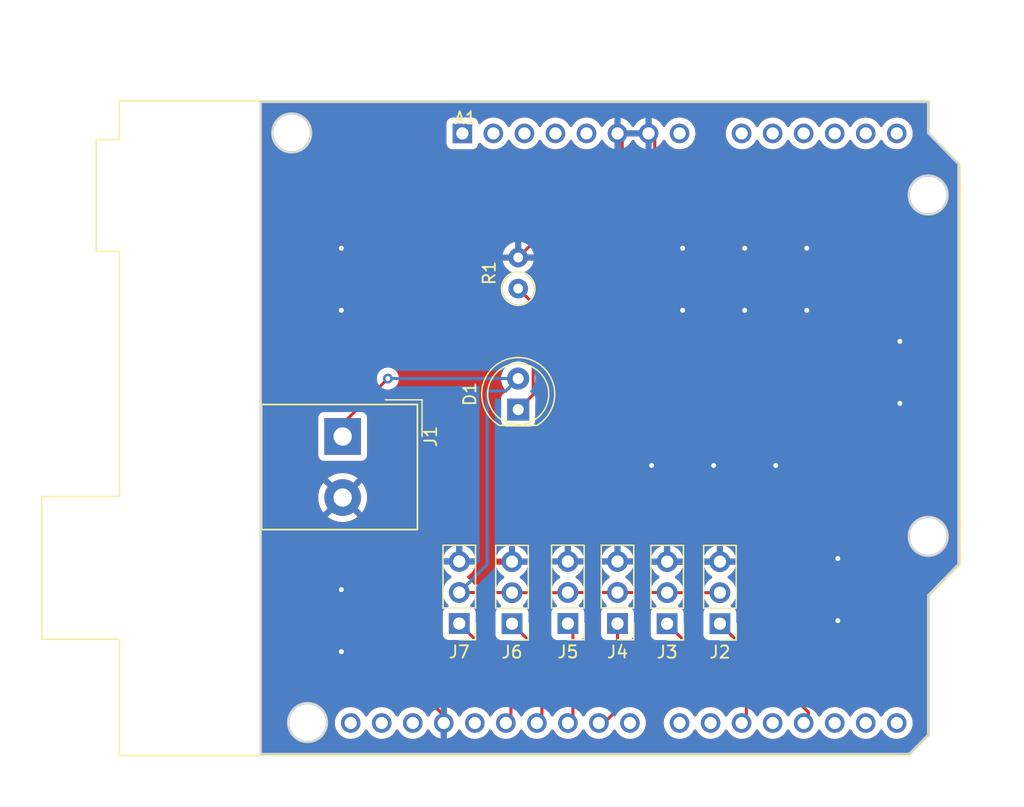
<source format=kicad_pcb>
(kicad_pcb (version 20221018) (generator pcbnew)
  (layers (0 "F.Cu" signal) (31 "B.Cu" signal) (34 "B.Paste" user) (35 "F.Paste" user) (36 "B.SilkS" user "B.Silkscreen") (37 "F.SilkS" user "F.Silkscreen") (38 "B.Mask" user) (39 "F.Mask" user) (44 "Edge.Cuts" user))
  (net 0 "")
  (net 6 "GND")
  (net 17 "/D3")
  (net 19 "/D5")
  (net 23 "/D9")
  (net 24 "/D10")
  (net 25 "/D11")
  (net 26 "/D12")
  (net 31 "+5V")
  (net 32 "Net-(D1-K)")
  (footprint "Connector_PinHeader_2.54mm:PinHeader_1x03_P2.54mm_Vertical" (layer "F.Cu") (at 218.186 101.839 180)
    (fp_text reference "J4" (at 0 -2.33) (layer "F.SilkS"))
    (fp_text value "Conn_01x03" hide)
    (fp_line (start -1.33 -1.33) (end 0 -1.33) (stroke (width 0.12)) (layer "F.SilkS"))
    (fp_line (start -1.33 0) (end -1.33 -1.33) (stroke (width 0.12)) (layer "F.SilkS"))
    (fp_line (start -1.33 1.27) (end -1.33 6.41) (stroke (width 0.12)) (layer "F.SilkS"))
    (fp_line (start -1.33 1.27) (end 1.33 1.27) (stroke (width 0.12)) (layer "F.SilkS"))
    (fp_line (start -1.33 6.41) (end 1.33 6.41) (stroke (width 0.12)) (layer "F.SilkS"))
    (fp_line (start 1.33 1.27) (end 1.33 6.41) (stroke (width 0.12)) (layer "F.SilkS"))
    (pad "1" thru_hole rect (at 0 0 180) (size 1.7 1.7) (drill 1) (layers "*.Cu" "*.Mask") (net 23 "/D9"))
    (pad "2" thru_hole oval (at 0 2.54 180) (size 1.7 1.7) (drill 1) (layers "*.Cu" "*.Mask") (net 31 "+5V"))
    (pad "3" thru_hole oval (at 0 5.08 180) (size 1.7 1.7) (drill 1) (layers "*.Cu" "*.Mask") (net 6 "GND"))
  )
  (footprint "Connector_PinHeader_2.54mm:PinHeader_1x03_P2.54mm_Vertical" (layer "F.Cu") (at 214.122 101.839 180)
    (fp_text reference "J5" (at 0 -2.33) (layer "F.SilkS"))
    (fp_text value "Conn_01x03" hide)
    (fp_line (start -1.33 -1.33) (end 0 -1.33) (stroke (width 0.12)) (layer "F.SilkS"))
    (fp_line (start -1.33 0) (end -1.33 -1.33) (stroke (width 0.12)) (layer "F.SilkS"))
    (fp_line (start -1.33 1.27) (end -1.33 6.41) (stroke (width 0.12)) (layer "F.SilkS"))
    (fp_line (start -1.33 1.27) (end 1.33 1.27) (stroke (width 0.12)) (layer "F.SilkS"))
    (fp_line (start -1.33 6.41) (end 1.33 6.41) (stroke (width 0.12)) (layer "F.SilkS"))
    (fp_line (start 1.33 1.27) (end 1.33 6.41) (stroke (width 0.12)) (layer "F.SilkS"))
    (pad "1" thru_hole rect (at 0 0 180) (size 1.7 1.7) (drill 1) (layers "*.Cu" "*.Mask") (net 24 "/D10"))
    (pad "2" thru_hole oval (at 0 2.54 180) (size 1.7 1.7) (drill 1) (layers "*.Cu" "*.Mask") (net 31 "+5V"))
    (pad "3" thru_hole oval (at 0 5.08 180) (size 1.7 1.7) (drill 1) (layers "*.Cu" "*.Mask") (net 6 "GND"))
  )
  (footprint "Resistor_THT:R_Axial_DIN0207_L6.3mm_D2.5mm_P2.54mm_Vertical" (layer "F.Cu") (at 210.058 74.422 90)
    (fp_text reference "R1" (at 1.27 -2.37 90) (layer "F.SilkS"))
    (fp_text value "R_US")
    (fp_line (start 1.37 0) (end 1.44 0) (stroke (width 0.12)) (layer "F.SilkS"))
    (fp_circle (center 0 0) (end 1.37 0) (stroke (width 0.12)) (fill none) (layer "F.SilkS"))
    (pad "1" thru_hole circle (at 0 0 90) (size 1.6 1.6) (drill 0.8) (layers "*.Cu" "*.Mask") (net 32 "Net-(D1-K)"))
    (pad "2" thru_hole oval (at 2.54 0 90) (size 1.6 1.6) (drill 0.8) (layers "*.Cu" "*.Mask") (net 6 "GND"))
  )
  (footprint "Connector_PinHeader_2.54mm:PinHeader_1x03_P2.54mm_Vertical" (layer "F.Cu") (at 222.25 101.854 180)
    (fp_text reference "J3" (at 0 -2.33) (layer "F.SilkS"))
    (fp_text value "Conn_01x03" hide)
    (fp_line (start -1.33 -1.33) (end 0 -1.33) (stroke (width 0.12)) (layer "F.SilkS"))
    (fp_line (start -1.33 0) (end -1.33 -1.33) (stroke (width 0.12)) (layer "F.SilkS"))
    (fp_line (start -1.33 1.27) (end -1.33 6.41) (stroke (width 0.12)) (layer "F.SilkS"))
    (fp_line (start -1.33 1.27) (end 1.33 1.27) (stroke (width 0.12)) (layer "F.SilkS"))
    (fp_line (start -1.33 6.41) (end 1.33 6.41) (stroke (width 0.12)) (layer "F.SilkS"))
    (fp_line (start 1.33 1.27) (end 1.33 6.41) (stroke (width 0.12)) (layer "F.SilkS"))
    (pad "1" thru_hole rect (at 0 0 180) (size 1.7 1.7) (drill 1) (layers "*.Cu" "*.Mask") (net 19 "/D5"))
    (pad "2" thru_hole oval (at 0 2.54 180) (size 1.7 1.7) (drill 1) (layers "*.Cu" "*.Mask") (net 31 "+5V"))
    (pad "3" thru_hole oval (at 0 5.08 180) (size 1.7 1.7) (drill 1) (layers "*.Cu" "*.Mask") (net 6 "GND"))
  )
  (footprint "Connector_PinHeader_2.54mm:PinHeader_1x03_P2.54mm_Vertical" (layer "F.Cu") (at 226.568 101.854 180)
    (fp_text reference "J2" (at 0 -2.33) (layer "F.SilkS"))
    (fp_text value "Conn_01x03" hide)
    (fp_line (start -1.33 -1.33) (end 0 -1.33) (stroke (width 0.12)) (layer "F.SilkS"))
    (fp_line (start -1.33 0) (end -1.33 -1.33) (stroke (width 0.12)) (layer "F.SilkS"))
    (fp_line (start -1.33 1.27) (end -1.33 6.41) (stroke (width 0.12)) (layer "F.SilkS"))
    (fp_line (start -1.33 1.27) (end 1.33 1.27) (stroke (width 0.12)) (layer "F.SilkS"))
    (fp_line (start -1.33 6.41) (end 1.33 6.41) (stroke (width 0.12)) (layer "F.SilkS"))
    (fp_line (start 1.33 1.27) (end 1.33 6.41) (stroke (width 0.12)) (layer "F.SilkS"))
    (pad "1" thru_hole rect (at 0 0 180) (size 1.7 1.7) (drill 1) (layers "*.Cu" "*.Mask") (net 17 "/D3"))
    (pad "2" thru_hole oval (at 0 2.54 180) (size 1.7 1.7) (drill 1) (layers "*.Cu" "*.Mask") (net 31 "+5V"))
    (pad "3" thru_hole oval (at 0 5.08 180) (size 1.7 1.7) (drill 1) (layers "*.Cu" "*.Mask") (net 6 "GND"))
  )
  (footprint "Connector_PinHeader_2.54mm:PinHeader_1x03_P2.54mm_Vertical" (layer "F.Cu") (at 205.232 101.839 180)
    (fp_text reference "J7" (at 0 -2.33) (layer "F.SilkS"))
    (fp_text value "Conn_01x03" hide)
    (fp_line (start -1.33 -1.33) (end 0 -1.33) (stroke (width 0.12)) (layer "F.SilkS"))
    (fp_line (start -1.33 0) (end -1.33 -1.33) (stroke (width 0.12)) (layer "F.SilkS"))
    (fp_line (start -1.33 1.27) (end -1.33 6.41) (stroke (width 0.12)) (layer "F.SilkS"))
    (fp_line (start -1.33 1.27) (end 1.33 1.27) (stroke (width 0.12)) (layer "F.SilkS"))
    (fp_line (start -1.33 6.41) (end 1.33 6.41) (stroke (width 0.12)) (layer "F.SilkS"))
    (fp_line (start 1.33 1.27) (end 1.33 6.41) (stroke (width 0.12)) (layer "F.SilkS"))
    (pad "1" thru_hole rect (at 0 0 180) (size 1.7 1.7) (drill 1) (layers "*.Cu" "*.Mask") (net 26 "/D12"))
    (pad "2" thru_hole oval (at 0 2.54 180) (size 1.7 1.7) (drill 1) (layers "*.Cu" "*.Mask") (net 31 "+5V"))
    (pad "3" thru_hole oval (at 0 5.08 180) (size 1.7 1.7) (drill 1) (layers "*.Cu" "*.Mask") (net 6 "GND"))
  )
  (footprint "TerminalBlock_Altech:Altech_AK300_1x02_P5.00mm_45-Degree" (layer "F.Cu") (at 195.6875 86.5275 -90)
    (fp_text reference "J1" (at 0 -7.2 90) (layer "F.SilkS"))
    (fp_text value "Screw_Terminal_01x02")
    (fp_line (start -3 -6.5) (end 0 -6.5) (stroke (width 0.12)) (layer "F.SilkS"))
    (fp_line (start -3 -3.5) (end -3 -6.5) (stroke (width 0.12)) (layer "F.SilkS"))
    (fp_line (start -2.62 -6.12) (end -2.62 6.62) (stroke (width 0.12)) (layer "F.SilkS"))
    (fp_line (start -2.62 -6.12) (end -2.62 6.62) (stroke (width 0.12)) (layer "F.SilkS"))
    (fp_line (start -2.62 -6.12) (end 7.62 -6.12) (stroke (width 0.12)) (layer "F.SilkS"))
    (fp_line (start -2.62 -6.12) (end 7.62 -6.12) (stroke (width 0.12)) (layer "F.SilkS"))
    (fp_line (start -2.62 6.62) (end 7.62 6.62) (stroke (width 0.12)) (layer "F.SilkS"))
    (fp_line (start -2.62 6.62) (end 7.62 6.62) (stroke (width 0.12)) (layer "F.SilkS"))
    (fp_line (start 7.62 -6.12) (end 7.62 6.62) (stroke (width 0.12)) (layer "F.SilkS"))
    (fp_line (start 7.62 -6.12) (end 7.62 6.62) (stroke (width 0.12)) (layer "F.SilkS"))
    (pad "1" thru_hole rect (at 0 0 270) (size 3 3) (drill 1.5) (layers "*.Cu" "*.Mask") (net 31 "+5V"))
    (pad "2" thru_hole circle (at 5 0 270) (size 3 3) (drill 1.5) (layers "*.Cu" "*.Mask") (net 6 "GND"))
  )
  (footprint "LED_THT:LED_D5.0mm" (layer "F.Cu") (at 210.058 84.328 90)
    (fp_text reference "D1" (at 1.27 -3.96 90) (layer "F.SilkS"))
    (fp_text value "LED")
    (fp_line (start -1.29 -1.545) (end -1.29 1.545) (stroke (width 0.12)) (layer "F.SilkS"))
    (fp_arc (start -1.29 -1.54483) (mid 2.072002 -2.880433) (end 4.26 0.000462) (stroke (width 0.12)) (layer "F.SilkS"))
    (fp_arc (start 4.26 -0.000462) (mid 2.072002 2.880433) (end -1.29 1.54483) (stroke (width 0.12)) (layer "F.SilkS"))
    (fp_circle (center 1.27 0) (end 3.77 0) (stroke (width 0.12)) (fill none) (layer "F.SilkS"))
    (pad "1" thru_hole rect (at 0 0 90) (size 1.8 1.8) (drill 0.9) (layers "*.Cu" "*.Mask") (net 32 "Net-(D1-K)"))
    (pad "2" thru_hole circle (at 2.54 0 90) (size 1.8 1.8) (drill 0.9) (layers "*.Cu" "*.Mask") (net 31 "+5V"))
  )
  (footprint "Connector_PinHeader_2.54mm:PinHeader_1x03_P2.54mm_Vertical" (layer "F.Cu") (at 209.55 101.854 180)
    (fp_text reference "J6" (at 0 -2.33) (layer "F.SilkS"))
    (fp_text value "Conn_01x03" hide)
    (fp_line (start -1.33 -1.33) (end 0 -1.33) (stroke (width 0.12)) (layer "F.SilkS"))
    (fp_line (start -1.33 0) (end -1.33 -1.33) (stroke (width 0.12)) (layer "F.SilkS"))
    (fp_line (start -1.33 1.27) (end -1.33 6.41) (stroke (width 0.12)) (layer "F.SilkS"))
    (fp_line (start -1.33 1.27) (end 1.33 1.27) (stroke (width 0.12)) (layer "F.SilkS"))
    (fp_line (start -1.33 6.41) (end 1.33 6.41) (stroke (width 0.12)) (layer "F.SilkS"))
    (fp_line (start 1.33 1.27) (end 1.33 6.41) (stroke (width 0.12)) (layer "F.SilkS"))
    (pad "1" thru_hole rect (at 0 0 180) (size 1.7 1.7) (drill 1) (layers "*.Cu" "*.Mask") (net 25 "/D11"))
    (pad "2" thru_hole oval (at 0 2.54 180) (size 1.7 1.7) (drill 1) (layers "*.Cu" "*.Mask") (net 31 "+5V"))
    (pad "3" thru_hole oval (at 0 5.08 180) (size 1.7 1.7) (drill 1) (layers "*.Cu" "*.Mask") (net 6 "GND"))
  )
  (footprint "Module:Arduino_UNO_R3" (layer "F.Cu") (at 205.486 61.722)
    (fp_text reference "A1" (at 0.254 -1.27 180) (layer "F.SilkS"))
    (fp_text value "Arduino_UNO_R3")
    (fp_line (start -34.42 29.72) (end -34.42 41.4) (stroke (width 0.12)) (layer "F.SilkS"))
    (fp_line (start -34.42 41.4) (end -28.07 41.4) (stroke (width 0.12)) (layer "F.SilkS"))
    (fp_line (start -29.97 0.51) (end -29.97 9.65) (stroke (width 0.12)) (layer "F.SilkS"))
    (fp_line (start -29.97 9.65) (end -28.07 9.65) (stroke (width 0.12)) (layer "F.SilkS"))
    (fp_line (start -28.07 -2.67) (end -28.07 0.51) (stroke (width 0.12)) (layer "F.SilkS"))
    (fp_line (start -28.07 0.51) (end -29.97 0.51) (stroke (width 0.12)) (layer "F.SilkS"))
    (fp_line (start -28.07 9.65) (end -28.07 29.72) (stroke (width 0.12)) (layer "F.SilkS"))
    (fp_line (start -28.07 29.72) (end -34.42 29.72) (stroke (width 0.12)) (layer "F.SilkS"))
    (fp_line (start -28.07 41.4) (end -28.07 50.93) (stroke (width 0.12)) (layer "F.SilkS"))
    (fp_line (start -28.07 50.93) (end 36.58 50.93) (stroke (width 0.12)) (layer "F.SilkS"))
    (fp_line (start 36.58 50.93) (end 38.23 49.28) (stroke (width 0.12)) (layer "F.SilkS"))
    (fp_line (start 38.23 -2.67) (end -28.07 -2.67) (stroke (width 0.12)) (layer "F.SilkS"))
    (fp_line (start 38.23 0) (end 38.23 -2.67) (stroke (width 0.12)) (layer "F.SilkS"))
    (fp_line (start 38.23 37.85) (end 40.77 35.31) (stroke (width 0.12)) (layer "F.SilkS"))
    (fp_line (start 38.23 49.28) (end 38.23 37.85) (stroke (width 0.12)) (layer "F.SilkS"))
    (fp_line (start 40.77 2.54) (end 38.23 0) (stroke (width 0.12)) (layer "F.SilkS"))
    (fp_line (start 40.77 35.31) (end 40.77 2.54) (stroke (width 0.12)) (layer "F.SilkS"))
    (pad "1" thru_hole rect (at 0 0 90) (size 1.6 1.6) (drill 1) (layers "*.Cu" "*.Mask"))
    (pad "2" thru_hole oval (at 2.54 0 90) (size 1.6 1.6) (drill 1) (layers "*.Cu" "*.Mask"))
    (pad "3" thru_hole oval (at 5.08 0 90) (size 1.6 1.6) (drill 1) (layers "*.Cu" "*.Mask"))
    (pad "4" thru_hole oval (at 7.62 0 90) (size 1.6 1.6) (drill 1) (layers "*.Cu" "*.Mask"))
    (pad "5" thru_hole oval (at 10.16 0 90) (size 1.6 1.6) (drill 1) (layers "*.Cu" "*.Mask"))
    (pad "6" thru_hole oval (at 12.7 0 90) (size 1.6 1.6) (drill 1) (layers "*.Cu" "*.Mask") (net 6 "GND"))
    (pad "7" thru_hole oval (at 15.24 0 90) (size 1.6 1.6) (drill 1) (layers "*.Cu" "*.Mask") (net 6 "GND"))
    (pad "8" thru_hole oval (at 17.78 0 90) (size 1.6 1.6) (drill 1) (layers "*.Cu" "*.Mask"))
    (pad "9" thru_hole oval (at 22.86 0 90) (size 1.6 1.6) (drill 1) (layers "*.Cu" "*.Mask"))
    (pad "10" thru_hole oval (at 25.4 0 90) (size 1.6 1.6) (drill 1) (layers "*.Cu" "*.Mask"))
    (pad "11" thru_hole oval (at 27.94 0 90) (size 1.6 1.6) (drill 1) (layers "*.Cu" "*.Mask"))
    (pad "12" thru_hole oval (at 30.48 0 90) (size 1.6 1.6) (drill 1) (layers "*.Cu" "*.Mask"))
    (pad "13" thru_hole oval (at 33.02 0 90) (size 1.6 1.6) (drill 1) (layers "*.Cu" "*.Mask"))
    (pad "14" thru_hole oval (at 35.56 0 90) (size 1.6 1.6) (drill 1) (layers "*.Cu" "*.Mask"))
    (pad "15" thru_hole oval (at 35.56 48.26 90) (size 1.6 1.6) (drill 1) (layers "*.Cu" "*.Mask"))
    (pad "16" thru_hole oval (at 33.02 48.26 90) (size 1.6 1.6) (drill 1) (layers "*.Cu" "*.Mask"))
    (pad "17" thru_hole oval (at 30.48 48.26 90) (size 1.6 1.6) (drill 1) (layers "*.Cu" "*.Mask"))
    (pad "18" thru_hole oval (at 27.94 48.26 90) (size 1.6 1.6) (drill 1) (layers "*.Cu" "*.Mask") (net 17 "/D3"))
    (pad "19" thru_hole oval (at 25.4 48.26 90) (size 1.6 1.6) (drill 1) (layers "*.Cu" "*.Mask"))
    (pad "20" thru_hole oval (at 22.86 48.26 90) (size 1.6 1.6) (drill 1) (layers "*.Cu" "*.Mask") (net 19 "/D5"))
    (pad "21" thru_hole oval (at 20.32 48.26 90) (size 1.6 1.6) (drill 1) (layers "*.Cu" "*.Mask"))
    (pad "22" thru_hole oval (at 17.78 48.26 90) (size 1.6 1.6) (drill 1) (layers "*.Cu" "*.Mask"))
    (pad "23" thru_hole oval (at 13.72 48.26 90) (size 1.6 1.6) (drill 1) (layers "*.Cu" "*.Mask"))
    (pad "24" thru_hole oval (at 11.18 48.26 90) (size 1.6 1.6) (drill 1) (layers "*.Cu" "*.Mask") (net 23 "/D9"))
    (pad "25" thru_hole oval (at 8.64 48.26 90) (size 1.6 1.6) (drill 1) (layers "*.Cu" "*.Mask") (net 24 "/D10"))
    (pad "26" thru_hole oval (at 6.1 48.26 90) (size 1.6 1.6) (drill 1) (layers "*.Cu" "*.Mask") (net 25 "/D11"))
    (pad "27" thru_hole oval (at 3.56 48.26 90) (size 1.6 1.6) (drill 1) (layers "*.Cu" "*.Mask") (net 26 "/D12"))
    (pad "28" thru_hole oval (at 1.02 48.26 90) (size 1.6 1.6) (drill 1) (layers "*.Cu" "*.Mask"))
    (pad "29" thru_hole oval (at -1.52 48.26 90) (size 1.6 1.6) (drill 1) (layers "*.Cu" "*.Mask") (net 6 "GND"))
    (pad "30" thru_hole oval (at -4.06 48.26 90) (size 1.6 1.6) (drill 1) (layers "*.Cu" "*.Mask"))
    (pad "31" thru_hole oval (at -6.6 48.26 90) (size 1.6 1.6) (drill 1) (layers "*.Cu" "*.Mask"))
    (pad "32" thru_hole oval (at -9.14 48.26 90) (size 1.6 1.6) (drill 1) (layers "*.Cu" "*.Mask"))
  )
  (gr_circle (center 216.691999 109.943527) (end 216.945999 109.943527) (stroke (width 0.2)) (fill none) (layer "Edge.Cuts"))
  (gr_circle (center 206.531999 109.943527) (end 206.785999 109.943527) (stroke (width 0.2)) (fill none) (layer "Edge.Cuts"))
  (gr_circle (center 218.185999 61.683527) (end 218.439999 61.683527) (stroke (width 0.2)) (fill none) (layer "Edge.Cuts"))
  (gr_line (start 243.615999 61.683527) (end 243.615999 59.143527) (stroke (width 0.2)) (layer "Edge.Cuts"))
  (gr_circle (center 192.815999 109.943527) (end 194.403499 109.943527) (stroke (width 0.2)) (fill none) (layer "Edge.Cuts"))
  (gr_circle (center 233.425999 61.683527) (end 233.679999 61.683527) (stroke (width 0.2)) (fill none) (layer "Edge.Cuts"))
  (gr_circle (center 233.425999 109.943527) (end 233.679999 109.943527) (stroke (width 0.2)) (fill none) (layer "Edge.Cuts"))
  (gr_line (start 243.615999 61.683527) (end 246.095999 64.223527) (stroke (width 0.2)) (layer "Edge.Cuts"))
  (gr_circle (center 228.345999 61.683527) (end 228.599999 61.683527) (stroke (width 0.2)) (fill none) (layer "Edge.Cuts"))
  (gr_line (start 188.975999 112.522) (end 242.051207 112.522) (stroke (width 0.2)) (layer "Edge.Cuts"))
  (gr_circle (center 211.611999 109.943527) (end 211.865999 109.943527) (stroke (width 0.2)) (fill none) (layer "Edge.Cuts"))
  (gr_line (start 188.975999 59.143527) (end 243.615999 59.143527) (stroke (width 0.2)) (layer "Edge.Cuts"))
  (gr_circle (center 241.045999 61.683527) (end 241.299999 61.683527) (stroke (width 0.2)) (fill none) (layer "Edge.Cuts"))
  (gr_circle (center 223.265999 109.943527) (end 223.519999 109.943527) (stroke (width 0.2)) (fill none) (layer "Edge.Cuts"))
  (gr_circle (center 243.615999 66.763527) (end 245.203499 66.763527) (stroke (width 0.2)) (fill none) (layer "Edge.Cuts"))
  (gr_line (start 246.095999 64.223527) (end 246.095999 96.989527) (stroke (width 0.2)) (layer "Edge.Cuts"))
  (gr_circle (center 228.345999 109.943527) (end 228.599999 109.943527) (stroke (width 0.2)) (fill none) (layer "Edge.Cuts"))
  (gr_circle (center 209.071999 109.943527) (end 209.325999 109.943527) (stroke (width 0.2)) (fill none) (layer "Edge.Cuts"))
  (gr_circle (center 215.645999 61.683527) (end 215.899999 61.683527) (stroke (width 0.2)) (fill none) (layer "Edge.Cuts"))
  (gr_circle (center 230.885999 109.943527) (end 231.139999 109.943527) (stroke (width 0.2)) (fill none) (layer "Edge.Cuts"))
  (gr_circle (center 208.025999 61.683527) (end 208.279999 61.683527) (stroke (width 0.2)) (fill none) (layer "Edge.Cuts"))
  (gr_circle (center 238.505999 109.943527) (end 238.759999 109.943527) (stroke (width 0.2)) (fill none) (layer "Edge.Cuts"))
  (gr_circle (center 210.565999 61.683527) (end 210.819999 61.683527) (stroke (width 0.2)) (fill none) (layer "Edge.Cuts"))
  (gr_circle (center 219.231999 109.943527) (end 219.485999 109.943527) (stroke (width 0.2)) (fill none) (layer "Edge.Cuts"))
  (gr_circle (center 235.965999 109.943527) (end 236.219999 109.943527) (stroke (width 0.2)) (fill none) (layer "Edge.Cuts"))
  (gr_circle (center 205.485999 61.683527) (end 205.739999 61.683527) (stroke (width 0.2)) (fill none) (layer "Edge.Cuts"))
  (gr_circle (center 191.515999 61.683527) (end 193.103499 61.683527) (stroke (width 0.2)) (fill none) (layer "Edge.Cuts"))
  (gr_circle (center 238.505999 61.683527) (end 238.759999 61.683527) (stroke (width 0.2)) (fill none) (layer "Edge.Cuts"))
  (gr_circle (center 201.451999 109.943527) (end 201.705999 109.943527) (stroke (width 0.2)) (fill none) (layer "Edge.Cuts"))
  (gr_circle (center 230.885999 61.683527) (end 231.139999 61.683527) (stroke (width 0.2)) (fill none) (layer "Edge.Cuts"))
  (gr_line (start 242.051207 112.522) (end 243.615999 110.957208) (stroke (width 0.2)) (layer "Edge.Cuts"))
  (gr_circle (center 223.265999 61.683527) (end 223.519999 61.683527) (stroke (width 0.2)) (fill none) (layer "Edge.Cuts"))
  (gr_circle (center 225.805999 109.943527) (end 226.059999 109.943527) (stroke (width 0.2)) (fill none) (layer "Edge.Cuts"))
  (gr_circle (center 214.151999 109.943527) (end 214.405999 109.943527) (stroke (width 0.2)) (fill none) (layer "Edge.Cuts"))
  (gr_circle (center 241.045999 109.943527) (end 241.299999 109.943527) (stroke (width 0.2)) (fill none) (layer "Edge.Cuts"))
  (gr_circle (center 203.991999 109.943527) (end 204.245999 109.943527) (stroke (width 0.2)) (fill none) (layer "Edge.Cuts"))
  (gr_line (start 246.095999 96.989527) (end 243.615999 99.529527) (stroke (width 0.2)) (layer "Edge.Cuts"))
  (gr_circle (center 220.725999 61.683527) (end 220.979999 61.683527) (stroke (width 0.2)) (fill none) (layer "Edge.Cuts"))
  (gr_line (start 243.615999 99.529527) (end 243.615999 110.957208) (stroke (width 0.2)) (layer "Edge.Cuts"))
  (gr_circle (center 196.371999 109.943527) (end 196.625999 109.943527) (stroke (width 0.2)) (fill none) (layer "Edge.Cuts"))
  (gr_circle (center 213.105999 61.683527) (end 213.359999 61.683527) (stroke (width 0.2)) (fill none) (layer "Edge.Cuts"))
  (gr_circle (center 235.965999 61.683527) (end 236.219999 61.683527) (stroke (width 0.2)) (fill none) (layer "Edge.Cuts"))
  (gr_circle (center 243.615999 94.703527) (end 245.203499 94.703527) (stroke (width 0.2)) (fill none) (layer "Edge.Cuts"))
  (gr_line (start 188.975999 112.522) (end 188.975999 59.143527) (stroke (width 0.2)) (layer "Edge.Cuts"))
  (gr_circle (center 198.911999 109.943527) (end 199.165999 109.943527) (stroke (width 0.2)) (fill none) (layer "Edge.Cuts"))
  (segment (start 220.726 63.5) (end 221.238842 62.987158) (width 0.25) (layer "F.Cu") (net 6))
  (segment (start 205.232 96.759) (end 209.535 96.759) (width 0.25) (layer "F.Cu") (net 6))
  (segment (start 214.122 96.759) (end 218.186 96.759) (width 0.25) (layer "F.Cu") (net 6))
  (segment (start 222.235 96.759) (end 222.25 96.774) (width 0.25) (layer "F.Cu") (net 6))
  (segment (start 218.186 61.722) (end 218.186 61.805087) (width 0.25) (layer "F.Cu") (net 6))
  (segment (start 195.6875 91.5275) (end 202.438 84.777) (width 0.25) (layer "F.Cu") (net 6))
  (segment (start 218.289053 61.752384) (end 218.308813 61.70468) (width 0.25) (layer "F.Cu") (net 6))
  (segment (start 218.186 96.759) (end 222.235 96.759) (width 0.25) (layer "F.Cu") (net 6))
  (segment (start 218.44 63.5) (end 218.572468 63.367532) (width 0.25) (layer "F.Cu") (net 6))
  (segment (start 201.168 96.759) (end 200.919 96.759) (width 0.25) (layer "F.Cu") (net 6))
  (segment (start 201.168 106.579921) (end 204.378468 109.790389) (width 0.25) (layer "F.Cu") (net 6))
  (segment (start 204.978 71.882) (end 210.058 71.882) (width 0.25) (layer "F.Cu") (net 6))
  (segment (start 201.168 96.759) (end 201.168 106.579921) (width 0.25) (layer "F.Cu") (net 6))
  (segment (start 218.291493 61.722) (end 218.308813 61.70468) (width 0.25) (layer "F.Cu") (net 6))
  (segment (start 221.238842 61.737141) (end 221.232679 61.730978) (width 0.25) (layer "F.Cu") (net 6))
  (segment (start 214.107 96.774) (end 214.122 96.759) (width 0.25) (layer "F.Cu") (net 6))
  (segment (start 204.378468 109.790389) (end 204.378468 109.990978) (width 0.25) (layer "F.Cu") (net 6))
  (segment (start 218.210179 61.805087) (end 218.254856 61.786581) (width 0.25) (layer "F.Cu") (net 6))
  (segment (start 220.726 61.722) (end 220.756384 61.752384) (width 0.25) (layer "F.Cu") (net 6))
  (segment (start 222.25 96.774) (end 226.568 96.774) (width 0.25) (layer "F.Cu") (net 6))
  (segment (start 221.238842 62.987158) (end 221.238842 61.737141) (width 0.25) (layer "F.Cu") (net 6))
  (segment (start 221.232679 61.730978) (end 221.112468 61.730978) (width 0.25) (layer "F.Cu") (net 6))
  (segment (start 218.44 63.5) (end 220.726 63.5) (width 0.25) (layer "F.Cu") (net 6))
  (segment (start 200.919 96.759) (end 195.6875 91.5275) (width 0.25) (layer "F.Cu") (net 6))
  (segment (start 218.254856 61.786581) (end 218.289053 61.752384) (width 0.25) (layer "F.Cu") (net 6))
  (segment (start 210.058 71.882) (end 218.44 63.5) (width 0.25) (layer "F.Cu") (net 6))
  (segment (start 202.438 74.422) (end 204.978 71.882) (width 0.25) (layer "F.Cu") (net 6))
  (segment (start 202.438 84.777) (end 202.438 74.422) (width 0.25) (layer "F.Cu") (net 6))
  (segment (start 220.829053 61.752384) (end 220.848813 61.70468) (width 0.25) (layer "F.Cu") (net 6))
  (segment (start 209.535 96.759) (end 209.55 96.774) (width 0.25) (layer "F.Cu") (net 6))
  (segment (start 218.572468 63.367532) (end 218.572468 61.730978) (width 0.25) (layer "F.Cu") (net 6))
  (segment (start 218.186 61.805087) (end 218.210179 61.805087) (width 0.25) (layer "F.Cu") (net 6))
  (segment (start 209.55 96.774) (end 214.107 96.774) (width 0.25) (layer "F.Cu") (net 6))
  (segment (start 218.186 61.722) (end 218.291493 61.722) (width 0.25) (layer "F.Cu") (net 6))
  (segment (start 205.232 96.759) (end 201.168 96.759) (width 0.25) (layer "F.Cu") (net 6))
  (segment (start 220.756384 61.752384) (end 220.829053 61.752384) (width 0.25) (layer "F.Cu") (net 6))
  (via (at 226.06 88.9) (size 0.8) (drill 0.4) (layers "F.Cu" "B.Cu") (net 6))
  (via (at 220.98 88.9) (size 0.8) (drill 0.4) (layers "F.Cu" "B.Cu") (net 6))
  (via (at 195.58 71.12) (size 0.8) (drill 0.4) (layers "F.Cu" "B.Cu") (net 6))
  (via (at 236.22 101.6) (size 0.8) (drill 0.4) (layers "F.Cu" "B.Cu") (net 6))
  (via (at 228.6 76.2) (size 0.8) (drill 0.4) (layers "F.Cu" "B.Cu") (net 6))
  (via (at 241.3 78.74) (size 0.8) (drill 0.4) (layers "F.Cu" "B.Cu") (net 6))
  (via (at 231.14 88.9) (size 0.8) (drill 0.4) (layers "F.Cu" "B.Cu") (net 6))
  (via (at 195.58 104.14) (size 0.8) (drill 0.4) (layers "F.Cu" "B.Cu") (net 6))
  (via (at 236.22 96.52) (size 0.8) (drill 0.4) (layers "F.Cu" "B.Cu") (net 6))
  (via (at 223.52 76.2) (size 0.8) (drill 0.4) (layers "F.Cu" "B.Cu") (net 6))
  (via (at 195.58 99.06) (size 0.8) (drill 0.4) (layers "F.Cu" "B.Cu") (net 6))
  (via (at 228.6 71.12) (size 0.8) (drill 0.4) (layers "F.Cu" "B.Cu") (net 6))
  (via (at 223.52 71.12) (size 0.8) (drill 0.4) (layers "F.Cu" "B.Cu") (net 6))
  (via (at 241.3 83.82) (size 0.8) (drill 0.4) (layers "F.Cu" "B.Cu") (net 6))
  (via (at 195.58 76.2) (size 0.8) (drill 0.4) (layers "F.Cu" "B.Cu") (net 6))
  (via (at 233.68 71.12) (size 0.8) (drill 0.4) (layers "F.Cu" "B.Cu") (net 6))
  (via (at 233.68 76.2) (size 0.8) (drill 0.4) (layers "F.Cu" "B.Cu") (net 6))
  (segment (start 226.568 101.854) (end 233.812468 109.098468) (width 0.25) (layer "F.Cu") (net 17))
  (segment (start 233.812468 109.098468) (end 233.812468 109.990978) (width 0.25) (layer "F.Cu") (net 17))
  (segment (start 222.25 101.854) (end 228.732468 108.336468) (width 0.25) (layer "F.Cu") (net 19))
  (segment (start 228.732468 108.336468) (end 228.732468 109.990978) (width 0.25) (layer "F.Cu") (net 19))
  (segment (start 218.186 108.883446) (end 217.078468 109.990978) (width 0.25) (layer "F.Cu") (net 23))
  (segment (start 218.186 101.839) (end 218.186 108.883446) (width 0.25) (layer "F.Cu") (net 23))
  (segment (start 214.122 101.839) (end 214.538468 102.255468) (width 0.25) (layer "F.Cu") (net 24))
  (segment (start 214.538468 102.255468) (end 214.538468 109.990978) (width 0.25) (layer "F.Cu") (net 24))
  (segment (start 211.998468 104.302468) (end 211.998468 109.990978) (width 0.25) (layer "F.Cu") (net 25))
  (segment (start 209.55 101.854) (end 211.998468 104.302468) (width 0.25) (layer "F.Cu") (net 25))
  (segment (start 205.232 101.839) (end 209.458468 106.065468) (width 0.25) (layer "F.Cu") (net 26))
  (segment (start 209.458468 106.065468) (end 209.458468 109.990978) (width 0.25) (layer "F.Cu") (net 26))
  (segment (start 209.535 99.299) (end 209.55 99.314) (width 0.25) (layer "F.Cu") (net 31))
  (segment (start 222.235 99.299) (end 222.25 99.314) (width 0.25) (layer "F.Cu") (net 31))
  (segment (start 214.107 99.314) (end 214.122 99.299) (width 0.25) (layer "F.Cu") (net 31))
  (segment (start 195.6875 86.5275) (end 195.6875 85.4905) (width 0.25) (layer "F.Cu") (net 31))
  (segment (start 205.232 99.299) (end 209.535 99.299) (width 0.25) (layer "F.Cu") (net 31))
  (segment (start 195.6875 85.4905) (end 199.39 81.788) (width 0.25) (layer "F.Cu") (net 31))
  (segment (start 222.25 99.314) (end 226.568 99.314) (width 0.25) (layer "F.Cu") (net 31))
  (segment (start 209.55 99.314) (end 214.107 99.314) (width 0.25) (layer "F.Cu") (net 31))
  (segment (start 214.122 99.299) (end 218.186 99.299) (width 0.25) (layer "F.Cu") (net 31))
  (segment (start 218.186 99.299) (end 222.235 99.299) (width 0.25) (layer "F.Cu") (net 31))
  (via (at 199.39 81.788) (size 0.8) (drill 0.4) (layers "F.Cu" "B.Cu") (net 31))
  (segment (start 199.39 81.788) (end 210.058 81.788) (width 0.25) (layer "B.Cu") (net 31))
  (segment (start 205.232 99.299) (end 207.518 97.013) (width 0.25) (layer "B.Cu") (net 31))
  (segment (start 207.518 82.804) (end 209.042 82.804) (width 0.25) (layer "B.Cu") (net 31))
  (segment (start 209.042 82.804) (end 210.058 81.788) (width 0.25) (layer "B.Cu") (net 31))
  (segment (start 207.518 97.013) (end 207.518 82.804) (width 0.25) (layer "B.Cu") (net 31))
  (segment (start 211.283 75.647) (end 210.058 74.422) (width 0.25) (layer "F.Cu") (net 32))
  (segment (start 210.058 84.328) (end 211.283 83.103) (width 0.25) (layer "F.Cu") (net 32))
  (segment (start 211.283 83.103) (end 211.283 75.647) (width 0.25) (layer "F.Cu") (net 32))
  (zone (net 6) (net_name "GND") (layer "F.Cu") (priority 1) (connect_pads (clearance 0.5)) (min_thickness 0.25) (fill yes (thermal_gap 0.5) (thermal_bridge_width 0.5))
    (polygon (pts (xy 167.64 50.8) (xy 251.46 50.8) (xy 251.46 116.84) (xy 167.64 116.84)))
  )
  (zone (net 6) (net_name "GND") (layer "B.Cu") (connect_pads (clearance 0.5)) (min_thickness 0.25) (fill yes (thermal_gap 0.5) (thermal_bridge_width 0.5))
    (polygon (pts (xy 251.46 50.8) (xy 251.46 116.84) (xy 167.64 116.84) (xy 167.64 50.8)))
  )
)
</source>
